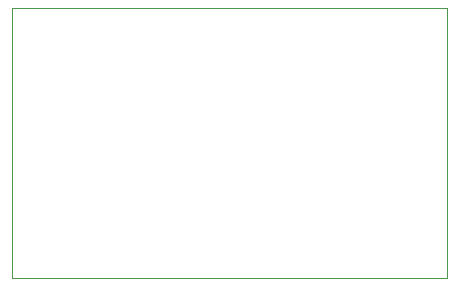
<source format=gbr>
%TF.GenerationSoftware,KiCad,Pcbnew,(6.0.4)*%
%TF.CreationDate,2022-09-22T18:25:20+03:00*%
%TF.ProjectId,TestPlate,54657374-506c-4617-9465-2e6b69636164,rev?*%
%TF.SameCoordinates,Original*%
%TF.FileFunction,Profile,NP*%
%FSLAX46Y46*%
G04 Gerber Fmt 4.6, Leading zero omitted, Abs format (unit mm)*
G04 Created by KiCad (PCBNEW (6.0.4)) date 2022-09-22 18:25:20*
%MOMM*%
%LPD*%
G01*
G04 APERTURE LIST*
%TA.AperFunction,Profile*%
%ADD10C,0.100000*%
%TD*%
G04 APERTURE END LIST*
D10*
X19050000Y-19050000D02*
X55880000Y-19050000D01*
X55880000Y-19050000D02*
X55880000Y-41910000D01*
X55880000Y-41910000D02*
X19050000Y-41910000D01*
X19050000Y-41910000D02*
X19050000Y-19050000D01*
M02*

</source>
